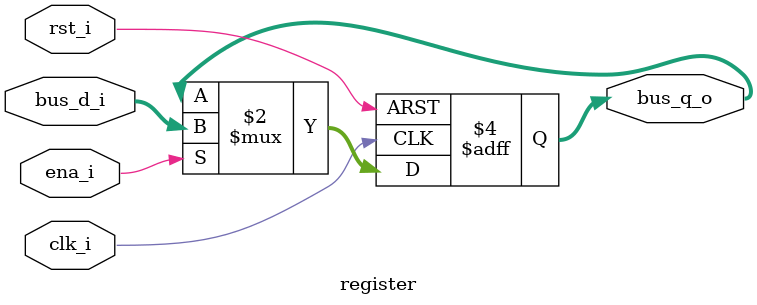
<source format=sv>
/* 
 *
 * Asynchronous reset register.
 *
 * @file  register.sv
 * @autor Luis Arturo Mora Granados
 * @date  21/09/2018
 */

module register #(parameter BITS = 4)
(
	input logic clk_i, rst_i, ena_i,
	input logic [BITS-1:0] bus_d_i,
	output logic [BITS-1:0] bus_q_o
);
	always_ff @(posedge clk_i, posedge rst_i)
		if(rst_i)      bus_q_o <= 0;
		else if(ena_i) bus_q_o <= bus_d_i;
endmodule

</source>
